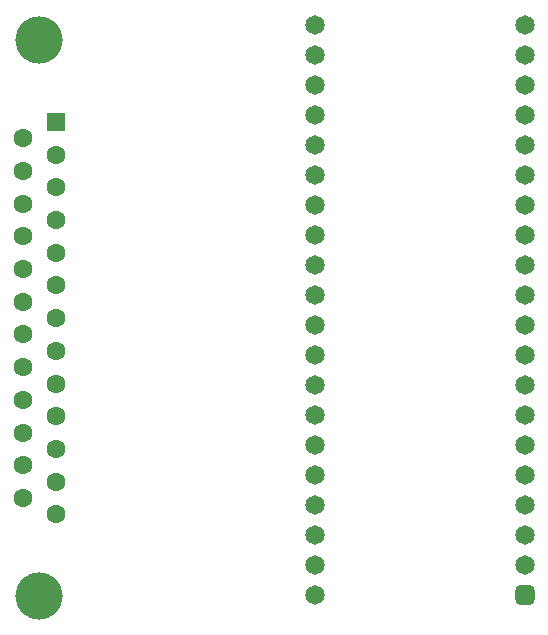
<source format=gbr>
%TF.GenerationSoftware,KiCad,Pcbnew,7.0.10-7.0.10~ubuntu22.04.1*%
%TF.CreationDate,2024-01-13T05:54:33-07:00*%
%TF.ProjectId,DB25_External,44423235-5f45-4787-9465-726e616c2e6b,rev?*%
%TF.SameCoordinates,Original*%
%TF.FileFunction,Soldermask,Bot*%
%TF.FilePolarity,Negative*%
%FSLAX46Y46*%
G04 Gerber Fmt 4.6, Leading zero omitted, Abs format (unit mm)*
G04 Created by KiCad (PCBNEW 7.0.10-7.0.10~ubuntu22.04.1) date 2024-01-13 05:54:33*
%MOMM*%
%LPD*%
G01*
G04 APERTURE LIST*
G04 Aperture macros list*
%AMRoundRect*
0 Rectangle with rounded corners*
0 $1 Rounding radius*
0 $2 $3 $4 $5 $6 $7 $8 $9 X,Y pos of 4 corners*
0 Add a 4 corners polygon primitive as box body*
4,1,4,$2,$3,$4,$5,$6,$7,$8,$9,$2,$3,0*
0 Add four circle primitives for the rounded corners*
1,1,$1+$1,$2,$3*
1,1,$1+$1,$4,$5*
1,1,$1+$1,$6,$7*
1,1,$1+$1,$8,$9*
0 Add four rect primitives between the rounded corners*
20,1,$1+$1,$2,$3,$4,$5,0*
20,1,$1+$1,$4,$5,$6,$7,0*
20,1,$1+$1,$6,$7,$8,$9,0*
20,1,$1+$1,$8,$9,$2,$3,0*%
G04 Aperture macros list end*
%ADD10RoundRect,0.412500X0.412500X0.412500X-0.412500X0.412500X-0.412500X-0.412500X0.412500X-0.412500X0*%
%ADD11C,1.650000*%
%ADD12C,4.000000*%
%ADD13R,1.600000X1.600000*%
%ADD14C,1.600000*%
G04 APERTURE END LIST*
D10*
%TO.C,RP1*%
X147196660Y-124104400D03*
D11*
X147196660Y-121564400D03*
X147196660Y-119024400D03*
X147196660Y-116484400D03*
X147196660Y-113944400D03*
X147196660Y-111404400D03*
X147196660Y-108864400D03*
X147196660Y-106324400D03*
X147196660Y-103784400D03*
X147196660Y-101244400D03*
X147196660Y-98704400D03*
X147196660Y-96164400D03*
X147196660Y-93624400D03*
X147196660Y-91084400D03*
X147196660Y-88544400D03*
X147196660Y-86004400D03*
X147196660Y-83464400D03*
X147196660Y-80924400D03*
X147196660Y-78384400D03*
X147196660Y-75844400D03*
X129416660Y-75844400D03*
X129416660Y-78384400D03*
X129416660Y-80924400D03*
X129416660Y-83464400D03*
X129416660Y-86004400D03*
X129416660Y-88544400D03*
X129416660Y-91084400D03*
X129416660Y-93624400D03*
X129416660Y-96164400D03*
X129416660Y-98704400D03*
X129416660Y-101244400D03*
X129416660Y-103784400D03*
X129416660Y-106324400D03*
X129416660Y-108864400D03*
X129416660Y-111404400D03*
X129416660Y-113944400D03*
X129416660Y-116484400D03*
X129416660Y-119024400D03*
X129416660Y-121564400D03*
X129416660Y-124104400D03*
%TD*%
D12*
%TO.C,J2*%
X106037131Y-77130600D03*
X106037131Y-124230600D03*
D13*
X107457131Y-84060600D03*
D14*
X107457131Y-86830600D03*
X107457131Y-89600600D03*
X107457131Y-92370600D03*
X107457131Y-95140600D03*
X107457131Y-97910600D03*
X107457131Y-100680600D03*
X107457131Y-103450600D03*
X107457131Y-106220600D03*
X107457131Y-108990600D03*
X107457131Y-111760600D03*
X107457131Y-114530600D03*
X107457131Y-117300600D03*
X104617131Y-85445600D03*
X104617131Y-88215600D03*
X104617131Y-90985600D03*
X104617131Y-93755600D03*
X104617131Y-96525600D03*
X104617131Y-99295600D03*
X104617131Y-102065600D03*
X104617131Y-104835600D03*
X104617131Y-107605600D03*
X104617131Y-110375600D03*
X104617131Y-113145600D03*
X104617131Y-115915600D03*
%TD*%
M02*

</source>
